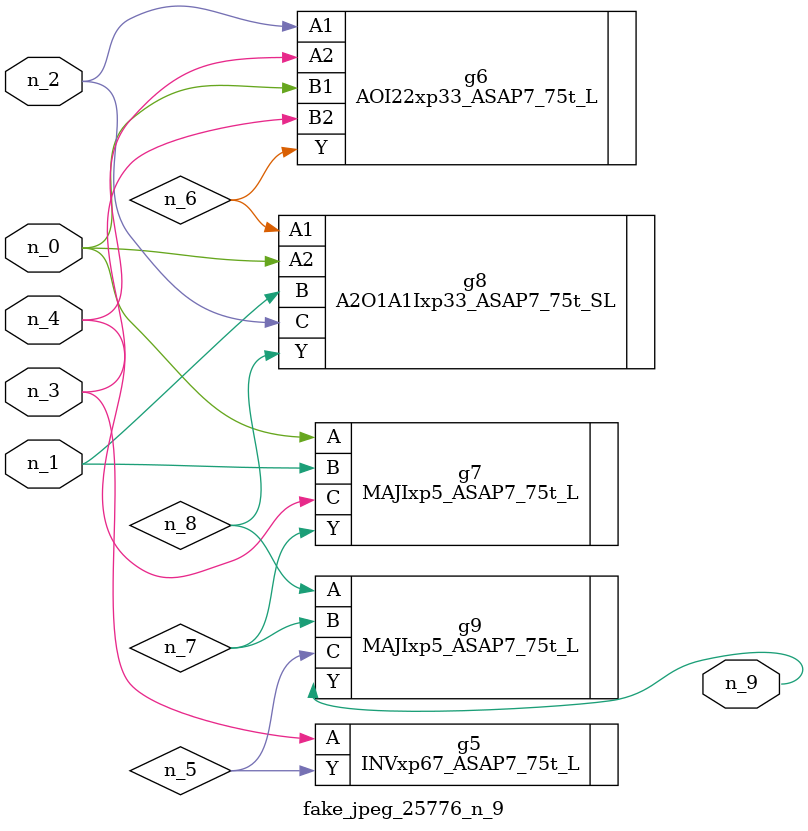
<source format=v>
module fake_jpeg_25776_n_9 (n_3, n_2, n_1, n_0, n_4, n_9);

input n_3;
input n_2;
input n_1;
input n_0;
input n_4;

output n_9;

wire n_8;
wire n_6;
wire n_5;
wire n_7;

INVxp67_ASAP7_75t_L g5 ( 
.A(n_3),
.Y(n_5)
);

AOI22xp33_ASAP7_75t_L g6 ( 
.A1(n_2),
.A2(n_4),
.B1(n_0),
.B2(n_3),
.Y(n_6)
);

MAJIxp5_ASAP7_75t_L g7 ( 
.A(n_0),
.B(n_1),
.C(n_4),
.Y(n_7)
);

A2O1A1Ixp33_ASAP7_75t_SL g8 ( 
.A1(n_6),
.A2(n_0),
.B(n_1),
.C(n_2),
.Y(n_8)
);

MAJIxp5_ASAP7_75t_L g9 ( 
.A(n_8),
.B(n_7),
.C(n_5),
.Y(n_9)
);


endmodule
</source>
